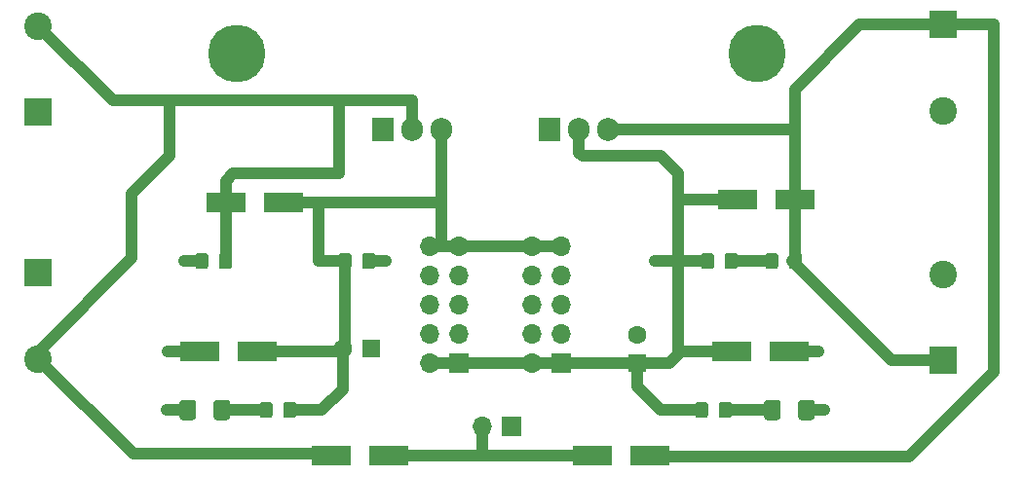
<source format=gbr>
G04 #@! TF.GenerationSoftware,KiCad,Pcbnew,(5.1.6-0-10_14)*
G04 #@! TF.CreationDate,2020-09-28T00:01:53+01:00*
G04 #@! TF.ProjectId,AdjustablePSU,41646a75-7374-4616-926c-655053552e6b,rev?*
G04 #@! TF.SameCoordinates,Original*
G04 #@! TF.FileFunction,Copper,L1,Top*
G04 #@! TF.FilePolarity,Positive*
%FSLAX46Y46*%
G04 Gerber Fmt 4.6, Leading zero omitted, Abs format (unit mm)*
G04 Created by KiCad (PCBNEW (5.1.6-0-10_14)) date 2020-09-28 00:01:53*
%MOMM*%
%LPD*%
G01*
G04 APERTURE LIST*
G04 #@! TA.AperFunction,ComponentPad*
%ADD10C,2.400000*%
G04 #@! TD*
G04 #@! TA.AperFunction,ComponentPad*
%ADD11R,2.400000X2.400000*%
G04 #@! TD*
G04 #@! TA.AperFunction,ComponentPad*
%ADD12C,5.001260*%
G04 #@! TD*
G04 #@! TA.AperFunction,ComponentPad*
%ADD13R,1.700000X1.700000*%
G04 #@! TD*
G04 #@! TA.AperFunction,ComponentPad*
%ADD14O,1.700000X1.700000*%
G04 #@! TD*
G04 #@! TA.AperFunction,ComponentPad*
%ADD15R,1.600000X1.600000*%
G04 #@! TD*
G04 #@! TA.AperFunction,ComponentPad*
%ADD16C,1.600000*%
G04 #@! TD*
G04 #@! TA.AperFunction,SMDPad,CuDef*
%ADD17R,3.500000X1.800000*%
G04 #@! TD*
G04 #@! TA.AperFunction,ComponentPad*
%ADD18O,1.905000X2.000000*%
G04 #@! TD*
G04 #@! TA.AperFunction,ComponentPad*
%ADD19R,1.905000X2.000000*%
G04 #@! TD*
G04 #@! TA.AperFunction,ViaPad*
%ADD20C,0.800000*%
G04 #@! TD*
G04 #@! TA.AperFunction,Conductor*
%ADD21C,1.000000*%
G04 #@! TD*
G04 APERTURE END LIST*
D10*
X109982000Y-66160000D03*
D11*
X109982000Y-73660000D03*
D12*
X172466000Y-68580000D03*
X127254000Y-68580000D03*
D13*
X146558000Y-95504000D03*
D14*
X144018000Y-95504000D03*
X146558000Y-92964000D03*
X144018000Y-92964000D03*
X146558000Y-90424000D03*
X144018000Y-90424000D03*
X146558000Y-87884000D03*
X144018000Y-87884000D03*
X146558000Y-85344000D03*
X144018000Y-85344000D03*
D13*
X155448000Y-95504000D03*
D14*
X152908000Y-95504000D03*
X155448000Y-92964000D03*
X152908000Y-92964000D03*
X155448000Y-90424000D03*
X152908000Y-90424000D03*
X155448000Y-87884000D03*
X152908000Y-87884000D03*
X155448000Y-85344000D03*
X152908000Y-85344000D03*
D13*
X151130000Y-100965000D03*
D14*
X148590000Y-100965000D03*
D10*
X188595000Y-73540000D03*
D11*
X188595000Y-66040000D03*
X109982000Y-87630000D03*
D10*
X109982000Y-95130000D03*
D11*
X188595000Y-95250000D03*
D10*
X188595000Y-87750000D03*
G04 #@! TA.AperFunction,SMDPad,CuDef*
G36*
G01*
X174302000Y-86163999D02*
X174302000Y-87064001D01*
G75*
G02*
X174052001Y-87314000I-249999J0D01*
G01*
X173401999Y-87314000D01*
G75*
G02*
X173152000Y-87064001I0J249999D01*
G01*
X173152000Y-86163999D01*
G75*
G02*
X173401999Y-85914000I249999J0D01*
G01*
X174052001Y-85914000D01*
G75*
G02*
X174302000Y-86163999I0J-249999D01*
G01*
G37*
G04 #@! TD.AperFunction*
G04 #@! TA.AperFunction,SMDPad,CuDef*
G36*
G01*
X176352000Y-86163999D02*
X176352000Y-87064001D01*
G75*
G02*
X176102001Y-87314000I-249999J0D01*
G01*
X175451999Y-87314000D01*
G75*
G02*
X175202000Y-87064001I0J249999D01*
G01*
X175202000Y-86163999D01*
G75*
G02*
X175451999Y-85914000I249999J0D01*
G01*
X176102001Y-85914000D01*
G75*
G02*
X176352000Y-86163999I0J-249999D01*
G01*
G37*
G04 #@! TD.AperFunction*
G04 #@! TA.AperFunction,SMDPad,CuDef*
G36*
G01*
X126822000Y-86163999D02*
X126822000Y-87064001D01*
G75*
G02*
X126572001Y-87314000I-249999J0D01*
G01*
X125921999Y-87314000D01*
G75*
G02*
X125672000Y-87064001I0J249999D01*
G01*
X125672000Y-86163999D01*
G75*
G02*
X125921999Y-85914000I249999J0D01*
G01*
X126572001Y-85914000D01*
G75*
G02*
X126822000Y-86163999I0J-249999D01*
G01*
G37*
G04 #@! TD.AperFunction*
G04 #@! TA.AperFunction,SMDPad,CuDef*
G36*
G01*
X124772000Y-86163999D02*
X124772000Y-87064001D01*
G75*
G02*
X124522001Y-87314000I-249999J0D01*
G01*
X123871999Y-87314000D01*
G75*
G02*
X123622000Y-87064001I0J249999D01*
G01*
X123622000Y-86163999D01*
G75*
G02*
X123871999Y-85914000I249999J0D01*
G01*
X124522001Y-85914000D01*
G75*
G02*
X124772000Y-86163999I0J-249999D01*
G01*
G37*
G04 #@! TD.AperFunction*
G04 #@! TA.AperFunction,SMDPad,CuDef*
G36*
G01*
X169623000Y-87064001D02*
X169623000Y-86163999D01*
G75*
G02*
X169872999Y-85914000I249999J0D01*
G01*
X170523001Y-85914000D01*
G75*
G02*
X170773000Y-86163999I0J-249999D01*
G01*
X170773000Y-87064001D01*
G75*
G02*
X170523001Y-87314000I-249999J0D01*
G01*
X169872999Y-87314000D01*
G75*
G02*
X169623000Y-87064001I0J249999D01*
G01*
G37*
G04 #@! TD.AperFunction*
G04 #@! TA.AperFunction,SMDPad,CuDef*
G36*
G01*
X167573000Y-87064001D02*
X167573000Y-86163999D01*
G75*
G02*
X167822999Y-85914000I249999J0D01*
G01*
X168473001Y-85914000D01*
G75*
G02*
X168723000Y-86163999I0J-249999D01*
G01*
X168723000Y-87064001D01*
G75*
G02*
X168473001Y-87314000I-249999J0D01*
G01*
X167822999Y-87314000D01*
G75*
G02*
X167573000Y-87064001I0J249999D01*
G01*
G37*
G04 #@! TD.AperFunction*
G04 #@! TA.AperFunction,SMDPad,CuDef*
G36*
G01*
X136068000Y-87064001D02*
X136068000Y-86163999D01*
G75*
G02*
X136317999Y-85914000I249999J0D01*
G01*
X136968001Y-85914000D01*
G75*
G02*
X137218000Y-86163999I0J-249999D01*
G01*
X137218000Y-87064001D01*
G75*
G02*
X136968001Y-87314000I-249999J0D01*
G01*
X136317999Y-87314000D01*
G75*
G02*
X136068000Y-87064001I0J249999D01*
G01*
G37*
G04 #@! TD.AperFunction*
G04 #@! TA.AperFunction,SMDPad,CuDef*
G36*
G01*
X138118000Y-87064001D02*
X138118000Y-86163999D01*
G75*
G02*
X138367999Y-85914000I249999J0D01*
G01*
X139018001Y-85914000D01*
G75*
G02*
X139268000Y-86163999I0J-249999D01*
G01*
X139268000Y-87064001D01*
G75*
G02*
X139018001Y-87314000I-249999J0D01*
G01*
X138367999Y-87314000D01*
G75*
G02*
X138118000Y-87064001I0J249999D01*
G01*
G37*
G04 #@! TD.AperFunction*
D15*
X162052000Y-95504000D03*
D16*
X162052000Y-93004000D03*
X136438000Y-94234000D03*
D15*
X138938000Y-94234000D03*
D17*
X163155000Y-103505000D03*
X158155000Y-103505000D03*
X135422000Y-103505000D03*
X140422000Y-103505000D03*
X170728000Y-81280000D03*
X175728000Y-81280000D03*
X131278000Y-81534000D03*
X126278000Y-81534000D03*
X175220000Y-94488000D03*
X170220000Y-94488000D03*
X123992000Y-94488000D03*
X128992000Y-94488000D03*
G04 #@! TA.AperFunction,SMDPad,CuDef*
G36*
G01*
X174485000Y-98943000D02*
X174485000Y-100193000D01*
G75*
G02*
X174235000Y-100443000I-250000J0D01*
G01*
X173310000Y-100443000D01*
G75*
G02*
X173060000Y-100193000I0J250000D01*
G01*
X173060000Y-98943000D01*
G75*
G02*
X173310000Y-98693000I250000J0D01*
G01*
X174235000Y-98693000D01*
G75*
G02*
X174485000Y-98943000I0J-250000D01*
G01*
G37*
G04 #@! TD.AperFunction*
G04 #@! TA.AperFunction,SMDPad,CuDef*
G36*
G01*
X177460000Y-98943000D02*
X177460000Y-100193000D01*
G75*
G02*
X177210000Y-100443000I-250000J0D01*
G01*
X176285000Y-100443000D01*
G75*
G02*
X176035000Y-100193000I0J250000D01*
G01*
X176035000Y-98943000D01*
G75*
G02*
X176285000Y-98693000I250000J0D01*
G01*
X177210000Y-98693000D01*
G75*
G02*
X177460000Y-98943000I0J-250000D01*
G01*
G37*
G04 #@! TD.AperFunction*
G04 #@! TA.AperFunction,SMDPad,CuDef*
G36*
G01*
X126660000Y-98943000D02*
X126660000Y-100193000D01*
G75*
G02*
X126410000Y-100443000I-250000J0D01*
G01*
X125485000Y-100443000D01*
G75*
G02*
X125235000Y-100193000I0J250000D01*
G01*
X125235000Y-98943000D01*
G75*
G02*
X125485000Y-98693000I250000J0D01*
G01*
X126410000Y-98693000D01*
G75*
G02*
X126660000Y-98943000I0J-250000D01*
G01*
G37*
G04 #@! TD.AperFunction*
G04 #@! TA.AperFunction,SMDPad,CuDef*
G36*
G01*
X123685000Y-98943000D02*
X123685000Y-100193000D01*
G75*
G02*
X123435000Y-100443000I-250000J0D01*
G01*
X122510000Y-100443000D01*
G75*
G02*
X122260000Y-100193000I0J250000D01*
G01*
X122260000Y-98943000D01*
G75*
G02*
X122510000Y-98693000I250000J0D01*
G01*
X123435000Y-98693000D01*
G75*
G02*
X123685000Y-98943000I0J-250000D01*
G01*
G37*
G04 #@! TD.AperFunction*
G04 #@! TA.AperFunction,SMDPad,CuDef*
G36*
G01*
X169106000Y-100018001D02*
X169106000Y-99117999D01*
G75*
G02*
X169355999Y-98868000I249999J0D01*
G01*
X170006001Y-98868000D01*
G75*
G02*
X170256000Y-99117999I0J-249999D01*
G01*
X170256000Y-100018001D01*
G75*
G02*
X170006001Y-100268000I-249999J0D01*
G01*
X169355999Y-100268000D01*
G75*
G02*
X169106000Y-100018001I0J249999D01*
G01*
G37*
G04 #@! TD.AperFunction*
G04 #@! TA.AperFunction,SMDPad,CuDef*
G36*
G01*
X167056000Y-100018001D02*
X167056000Y-99117999D01*
G75*
G02*
X167305999Y-98868000I249999J0D01*
G01*
X167956001Y-98868000D01*
G75*
G02*
X168206000Y-99117999I0J-249999D01*
G01*
X168206000Y-100018001D01*
G75*
G02*
X167956001Y-100268000I-249999J0D01*
G01*
X167305999Y-100268000D01*
G75*
G02*
X167056000Y-100018001I0J249999D01*
G01*
G37*
G04 #@! TD.AperFunction*
G04 #@! TA.AperFunction,SMDPad,CuDef*
G36*
G01*
X132410000Y-99117999D02*
X132410000Y-100018001D01*
G75*
G02*
X132160001Y-100268000I-249999J0D01*
G01*
X131509999Y-100268000D01*
G75*
G02*
X131260000Y-100018001I0J249999D01*
G01*
X131260000Y-99117999D01*
G75*
G02*
X131509999Y-98868000I249999J0D01*
G01*
X132160001Y-98868000D01*
G75*
G02*
X132410000Y-99117999I0J-249999D01*
G01*
G37*
G04 #@! TD.AperFunction*
G04 #@! TA.AperFunction,SMDPad,CuDef*
G36*
G01*
X130360000Y-99117999D02*
X130360000Y-100018001D01*
G75*
G02*
X130110001Y-100268000I-249999J0D01*
G01*
X129459999Y-100268000D01*
G75*
G02*
X129210000Y-100018001I0J249999D01*
G01*
X129210000Y-99117999D01*
G75*
G02*
X129459999Y-98868000I249999J0D01*
G01*
X130110001Y-98868000D01*
G75*
G02*
X130360000Y-99117999I0J-249999D01*
G01*
G37*
G04 #@! TD.AperFunction*
D18*
X159512000Y-75184000D03*
X156972000Y-75184000D03*
D19*
X154432000Y-75184000D03*
X139954000Y-75184000D03*
D18*
X142494000Y-75184000D03*
X145034000Y-75184000D03*
D20*
X178308000Y-99568000D03*
X177800000Y-94488000D03*
X171704000Y-86614000D03*
X122682000Y-86614000D03*
X121242000Y-94488000D03*
X121158000Y-99568000D03*
X140208000Y-86614000D03*
X134366000Y-86614000D03*
X163576000Y-86614000D03*
D21*
X176747500Y-99568000D02*
X178308000Y-99568000D01*
X175220000Y-94488000D02*
X177800000Y-94488000D01*
X170198000Y-86614000D02*
X171704000Y-86614000D01*
X171704000Y-86614000D02*
X173473000Y-86614000D01*
X124197000Y-86614000D02*
X123522000Y-86614000D01*
X123522000Y-86614000D02*
X122682000Y-86614000D01*
X123992000Y-94488000D02*
X121242000Y-94488000D01*
X122972500Y-99568000D02*
X122160000Y-99568000D01*
X122160000Y-99568000D02*
X121158000Y-99568000D01*
X138693000Y-86614000D02*
X140208000Y-86614000D01*
X134246000Y-103378000D02*
X135422000Y-103378000D01*
X118230000Y-103378000D02*
X109982000Y-95130000D01*
X135422000Y-103378000D02*
X118230000Y-103378000D01*
X145279000Y-75429000D02*
X145034000Y-75184000D01*
X136643000Y-94029000D02*
X136438000Y-94234000D01*
X136643000Y-86614000D02*
X136643000Y-94029000D01*
X145034000Y-85344000D02*
X155448000Y-85344000D01*
X144018000Y-85344000D02*
X145034000Y-85344000D01*
X145034000Y-84328000D02*
X145034000Y-85344000D01*
X145034000Y-75184000D02*
X145034000Y-80264000D01*
X136184000Y-94488000D02*
X136438000Y-94234000D01*
X128992000Y-94488000D02*
X136184000Y-94488000D01*
X136438000Y-97750000D02*
X136438000Y-94234000D01*
X134620000Y-99568000D02*
X136438000Y-97750000D01*
X131835000Y-99568000D02*
X134620000Y-99568000D01*
X131278000Y-81534000D02*
X134366000Y-81534000D01*
X134366000Y-81534000D02*
X134366000Y-86614000D01*
X136643000Y-86614000D02*
X134366000Y-86614000D01*
X134366000Y-81534000D02*
X145034000Y-81534000D01*
X145034000Y-81534000D02*
X145034000Y-84328000D01*
X145034000Y-80264000D02*
X145034000Y-81534000D01*
X168148000Y-86614000D02*
X165608000Y-86614000D01*
X165608000Y-85099000D02*
X165608000Y-86614000D01*
X165608000Y-78994000D02*
X165608000Y-85099000D01*
X165608000Y-81280000D02*
X170728000Y-81280000D01*
X165608000Y-78994000D02*
X165608000Y-80264000D01*
X144018000Y-95504000D02*
X155448000Y-95504000D01*
X156972000Y-77184000D02*
X157258000Y-77470000D01*
X156972000Y-75184000D02*
X156972000Y-77184000D01*
X164084000Y-77470000D02*
X165608000Y-78994000D01*
X157258000Y-77470000D02*
X164084000Y-77470000D01*
X155448000Y-95504000D02*
X160528000Y-95504000D01*
X160528000Y-95504000D02*
X161925000Y-95504000D01*
X165608000Y-92964000D02*
X165608000Y-86614000D01*
X165608000Y-94764000D02*
X165608000Y-92964000D01*
X164868000Y-95504000D02*
X165608000Y-94764000D01*
X161925000Y-95504000D02*
X164868000Y-95504000D01*
X165884000Y-94488000D02*
X165608000Y-94764000D01*
X170220000Y-94488000D02*
X165884000Y-94488000D01*
X164084000Y-99568000D02*
X167631000Y-99568000D01*
X162052000Y-97536000D02*
X164084000Y-99568000D01*
X162052000Y-95504000D02*
X162052000Y-97536000D01*
X163576000Y-86614000D02*
X165608000Y-86614000D01*
X140422000Y-103505000D02*
X143172000Y-103505000D01*
X148590000Y-103505000D02*
X148590000Y-100965000D01*
X143172000Y-103505000D02*
X148590000Y-103505000D01*
X148590000Y-103505000D02*
X158155000Y-103505000D01*
X184159000Y-95250000D02*
X175523000Y-86614000D01*
X189230000Y-95250000D02*
X184159000Y-95250000D01*
X142494000Y-75184000D02*
X142494000Y-72644000D01*
X126278000Y-81534000D02*
X126278000Y-86329000D01*
X136144000Y-72644000D02*
X142494000Y-72644000D01*
X136144000Y-72644000D02*
X133604000Y-72644000D01*
X136144000Y-78994000D02*
X136144000Y-72644000D01*
X126918000Y-78994000D02*
X136144000Y-78994000D01*
X126278000Y-79634000D02*
X126918000Y-78994000D01*
X126278000Y-81534000D02*
X126278000Y-79634000D01*
X116466000Y-72644000D02*
X109982000Y-66160000D01*
X136144000Y-72644000D02*
X116466000Y-72644000D01*
X118110000Y-80772000D02*
X121412000Y-77470000D01*
X118110000Y-86360000D02*
X118110000Y-80772000D01*
X121412000Y-77470000D02*
X121412000Y-72644000D01*
X110102000Y-95250000D02*
X110102000Y-94368000D01*
X110102000Y-94368000D02*
X118110000Y-86360000D01*
X109982000Y-95130000D02*
X110102000Y-95250000D01*
X175728000Y-86409000D02*
X175523000Y-86614000D01*
X175728000Y-77684000D02*
X175728000Y-86409000D01*
X175728000Y-71668000D02*
X175728000Y-77684000D01*
X193040000Y-96266000D02*
X193040000Y-66040000D01*
X181356000Y-66040000D02*
X175728000Y-71668000D01*
X193040000Y-66040000D02*
X181356000Y-66040000D01*
X185674000Y-103632000D02*
X193040000Y-96266000D01*
X163282000Y-103632000D02*
X185674000Y-103632000D01*
X175728000Y-75224000D02*
X175728000Y-77684000D01*
X175688000Y-75184000D02*
X175728000Y-75224000D01*
X159512000Y-75184000D02*
X175688000Y-75184000D01*
X169681000Y-99568000D02*
X173772500Y-99568000D01*
X129785000Y-99568000D02*
X125947500Y-99568000D01*
M02*

</source>
